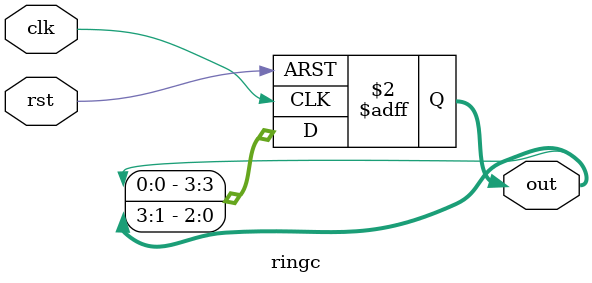
<source format=v>
module ringc(clk,rst,out);
input clk,rst;
output reg[3:0] out;
always @(posedge clk or posedge rst ) begin
    if(rst)
    out<=4'b1000;
    else
    out<={out[0],out[3],out[2],out[1]};
end
endmodule
</source>
